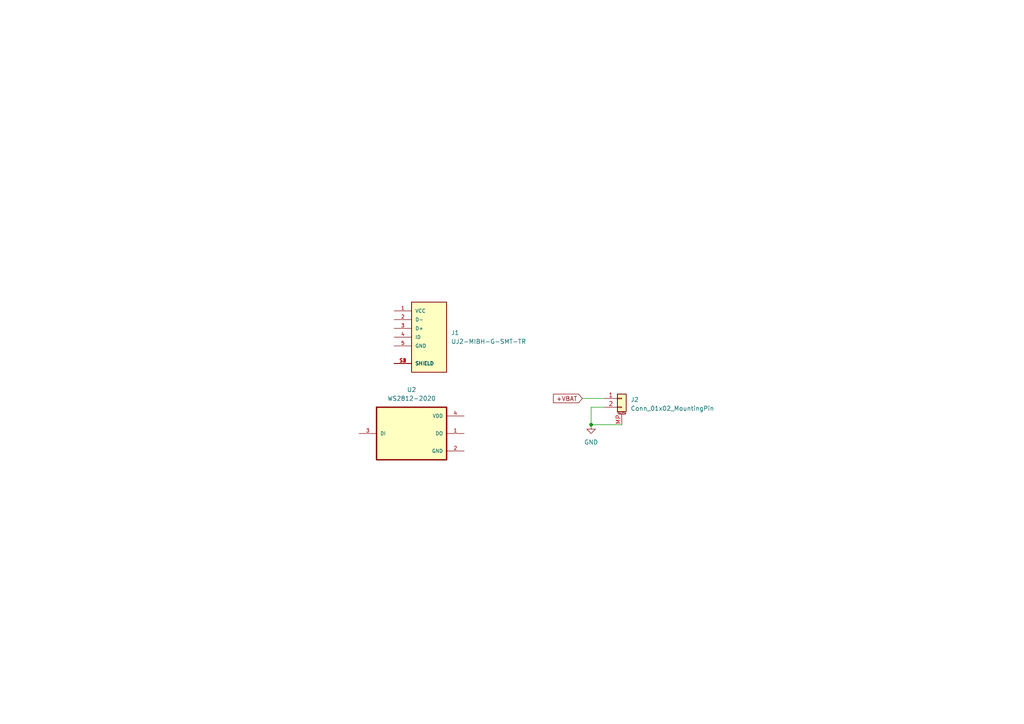
<source format=kicad_sch>
(kicad_sch (version 20231120) (generator "eeschema") (generator_version "8.0")
  (paper "A4")
  (lib_symbols
    (symbol "Connector_Generic_MountingPin:Conn_01x02_MountingPin" (pin_names (offset 1.016) hide)
      (property "Reference" "J" (at 0 2.54 0))
      (property "Value" "Conn_01x02_MountingPin" (at 1.27 -5.08 0))
      (symbol "Conn_01x02_MountingPin_1_1"
        (rectangle (start -1.27 -2.413) (end 0 -2.667) (stroke (width 0.1524)))
        (rectangle (start -1.27 0.127) (end 0 -0.127) (stroke (width 0.1524)))
        (rectangle (start -1.27 1.27) (end 1.27 -3.81) (stroke (width 0.254)) (fill (type background)))
        (polyline (pts (xy -1.016 -4.572) (xy 1.016 -4.572)) (stroke (width 0.1524)))
        (text "Mounting" (at 0 -4.191 0) (effects (font (size 0.381 0.381))))
        (pin passive line (at -5.08 0 0) (length 3.81) (name "Pin_1") (number "1"))
        (pin passive line (at -5.08 -2.54 0) (length 3.81) (name "Pin_2") (number "2"))
        (pin passive line (at 0 -7.62 90) (length 3.048) (name "MountPin") (number "MP"))
      )
    )
    (symbol "Micro_usb_b_miniproject:UJ2-MIBH-G-SMT-TR" (pin_names (offset 1.016))
      (property "Reference" "J" (at -5.08 11.43 0))
      (property "Value" "UJ2-MIBH-G-SMT-TR" (at -5.08 -12.7 0))
      (symbol "UJ2-MIBH-G-SMT-TR_0_0"
        (rectangle (start -5.08 -10.16) (end 5.08 10.16) (stroke (width 0.254)) (fill (type background)))
        (pin power_in line (at -10.16 7.62 0) (length 5.08) (name "VCC") (number "1"))
        (pin bidirectional line (at -10.16 5.08 0) (length 5.08) (name "D-") (number "2"))
        (pin bidirectional line (at -10.16 2.54 0) (length 5.08) (name "D+") (number "3"))
        (pin bidirectional line (at -10.16 0 0) (length 5.08) (name "ID") (number "4"))
        (pin power_in line (at -10.16 -2.54 0) (length 5.08) (name "GND") (number "5"))
        (pin passive line (at -10.16 -7.62 0) (length 5.08) (name "SHIELD") (number "S1"))
        (pin passive line (at -10.16 -7.62 0) (length 5.08) (name "SHIELD") (number "S2"))
        (pin passive line (at -10.16 -7.62 0) (length 5.08) (name "SHIELD") (number "S3"))
        (pin passive line (at -10.16 -7.62 0) (length 5.08) (name "SHIELD") (number "S4"))
      )
    )
    (symbol "NeoPixel_led:WS2812-2020" (pin_names (offset 1.016))
      (property "Reference" "U" (at -10.16 7.62 0))
      (property "Value" "WS2812-2020" (at -10.16 -10.16 0))
      (symbol "WS2812-2020_0_0"
        (rectangle (start -10.16 -7.62) (end 10.16 7.62) (stroke (width 0.4064)) (fill (type background)))
        (pin output line (at 15.24 0 180) (length 5.08) (name "DO") (number "1"))
        (pin power_in line (at 15.24 -5.08 180) (length 5.08) (name "GND") (number "2"))
        (pin input line (at -15.24 0 0) (length 5.08) (name "DI") (number "3"))
        (pin power_in line (at 15.24 5.08 180) (length 5.08) (name "VDD") (number "4"))
      )
    )
    (symbol "power:GND" (power) (pin_numbers hide) (pin_names (offset 0) hide)
      (property "Value" "GND" (at 0 -3.81 0))
      (symbol "GND_0_1"
        (polyline (pts (xy 0 0) (xy 0 -1.27) (xy 1.27 -1.27) (xy 0 -2.54) (xy -1.27 -1.27) (xy 0 -1.27)))
      )
      (symbol "GND_1_1"
        (pin power_in line (at 0 0 270) (length 0) (name "~") (number "1"))
      )
    )
  )
  (junction (at 171.45 123.19))
  (wire (pts (xy 171.45 118.11) (xy 171.45 123.19)))
  (wire (pts (xy 171.45 123.19) (xy 180.34 123.19)))
  (wire (pts (xy 175.26 118.11) (xy 171.45 118.11)))
  (wire (pts (xy 168.91 115.57) (xy 175.26 115.57)))
  (global_label "+VBAT" (shape input) (at 168.91 115.57 180) (property "Intersheetrefs" "${INTERSHEET_REFS}" (effects (hide yes))))
  (symbol (lib_id "Connector_Generic_MountingPin:Conn_01x02_MountingPin") (at 180.34 115.57 0) (unit 1)
    (property "Reference" "J2" (at 182.88 115.9255 0) (effects (justify left)))
    (property "Value" "Conn_01x02_MountingPin" (at 182.88 118.4655 0) (effects (justify left)))
    (property "Footprint" "Connector_JST:JST_PH_B2B-PH-SM4-TB_1x02-1MP_P2.00mm_Vertical" (effects (hide yes)))
    (property "Description" "Generic connectable mounting pin connector, single row, 01x02, script generated (kicad-library-utils/schlib/autogen/connector/)" (effects (hide yes)))
  )
  (symbol (lib_id "Micro_usb_b_miniproject:UJ2-MIBH-G-SMT-TR") (at 124.46 97.79 0) (unit 1)
    (property "Reference" "J1" (at 130.81 96.5199 0) (effects (justify left)))
    (property "Value" "UJ2-MIBH-G-SMT-TR" (at 130.81 99.0599 0) (effects (justify left)))
    (property "Footprint" "Micro_usb_b_miniproject:CUI_UJ2-MIBH-G-SMT-TR" (effects (hide yes)))
    (property "MF" "Same Sky" (effects (hide yes)))
    (property "MAXIMUM_PACKAGE_HEIGHT" "2.95 mm" (effects (hide yes)))
    (property "Package" "None" (effects (hide yes)))
    (property "Price" "None" (effects (hide yes)))
    (property "Check_prices" "https://www.snapeda.com/parts/UJ2-MIBH-G-SMT-TR/Same+Sky/view-part/?ref=eda" (effects (hide yes)))
    (property "STANDARD" "Manufacturer Recommendations" (effects (hide yes)))
    (property "PARTREV" "1.0" (effects (hide yes)))
    (property "SnapEDA_Link" "https://www.snapeda.com/parts/UJ2-MIBH-G-SMT-TR/Same+Sky/view-part/?ref=snap" (effects (hide yes)))
    (property "MP" "UJ2-MIBH-G-SMT-TR" (effects (hide yes)))
    (property "Description_1" "\n                        \n                            Micro B, USB 2.0, 480 Mbps, 5 Vdc, 1.8 A, Right Angle, Surface Mount, Black Insulator, USB Receptacle\n                        \n" (effects (hide yes)))
    (property "Availability" "In Stock" (effects (hide yes)))
    (property "MANUFACTURER" "CUI" (effects (hide yes)))
  )
  (symbol (lib_id "power:GND") (at 171.45 123.19 0) (unit 1)
    (property "Reference" "#PWR03" (effects (hide yes)))
    (property "Value" "GND" (at 171.45 128.27 0))
    (property "Description" "Power symbol creates a global label with name \"GND\" , ground" (effects (hide yes)))
  )
  (symbol (lib_id "NeoPixel_led:WS2812-2020") (at 119.38 125.73 0) (unit 1)
    (property "Reference" "U2" (at 119.38 113.03 0))
    (property "Value" "WS2812-2020" (at 119.38 115.57 0))
    (property "Footprint" "NeoPixel_led:LED_WS2812-2020" (effects (hide yes)))
    (property "MF" "Worldsemi" (effects (hide yes)))
    (property "MAXIMUM_PACKAGE_HEIGHT" "0.84 mm" (effects (hide yes)))
    (property "Package" "Package" (effects (hide yes)))
    (property "Price" "None" (effects (hide yes)))
    (property "Check_prices" "https://www.snapeda.com/parts/WS2812-2020/Worldsemi/view-part/?ref=eda" (effects (hide yes)))
    (property "STANDARD" "Manufacturer Recommendations" (effects (hide yes)))
    (property "PARTREV" "V1.3" (effects (hide yes)))
    (property "SnapEDA_Link" "https://www.snapeda.com/parts/WS2812-2020/Worldsemi/view-part/?ref=snap" (effects (hide yes)))
    (property "MP" "WS2812-2020" (effects (hide yes)))
    (property "Description_1" "\n                        \n                            Intelligent control LED light source, SMD-4\n                        \n" (effects (hide yes)))
    (property "MANUFACTURER" "Worldsemi" (effects (hide yes)))
    (property "Availability" "Not in stock" (effects (hide yes)))
    (property "SNAPEDA_PN" "WS2812-2020" (effects (hide yes)))
  )
)
</source>
